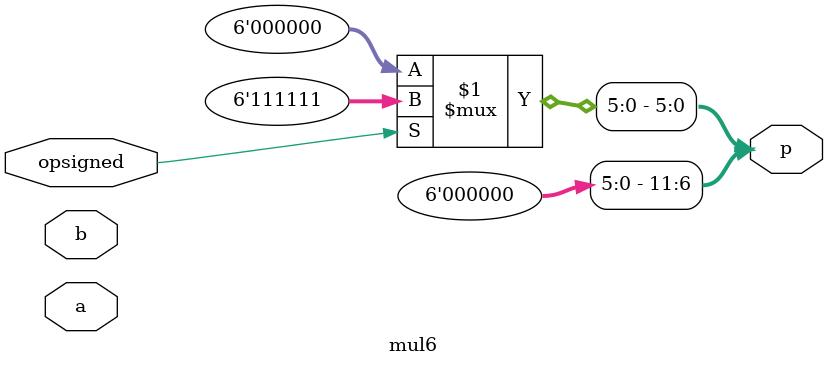
<source format=v>
module mul6 #(
    parameter   WIDTH                   = 6
) (
    input  wire                         opsigned,
    input  wire [WIDTH-1:0]             a,
    input  wire [WIDTH-1:0]             b,
    output wire [WIDTH+WIDTH-1:0]       p
);

    // This was a stub to just check the testbench connectivity
    assign p = opsigned ? {WIDTH{1'b1}} : {WIDTH{1'b0}};

endmodule

</source>
